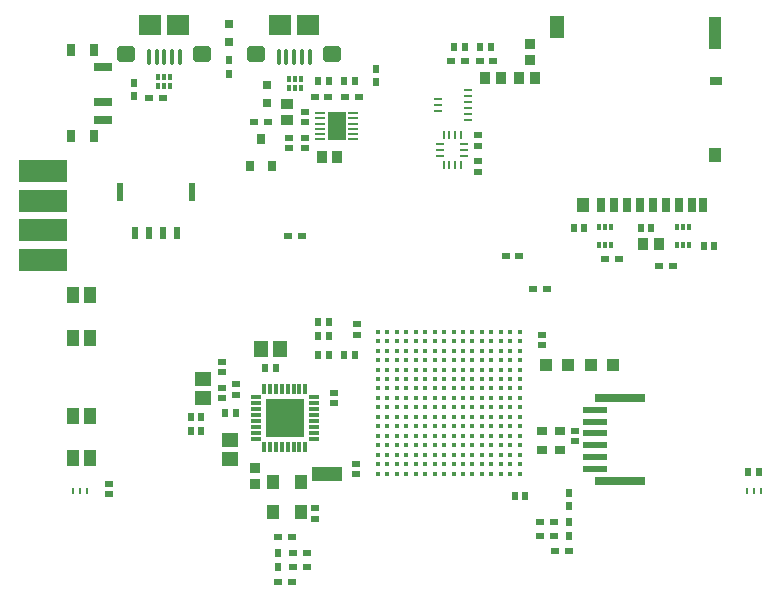
<source format=gtp>
G04*
G04 #@! TF.GenerationSoftware,Altium Limited,Altium Designer,19.0.15 (446)*
G04*
G04 Layer_Color=8421504*
%FSLAX42Y42*%
%MOMM*%
G71*
G01*
G75*
%ADD21R,0.29X0.53*%
%ADD22R,0.65X0.27*%
%ADD23R,0.65X0.25*%
%ADD24R,0.90X1.00*%
%ADD25R,0.60X0.64*%
%ADD26R,0.75X0.60*%
%ADD27R,0.64X0.60*%
%ADD28R,0.95X0.85*%
%ADD29R,0.80X1.00*%
%ADD30R,1.50X0.70*%
%ADD31R,0.60X0.75*%
%ADD32R,0.30X0.60*%
%ADD33R,0.25X0.68*%
%ADD34R,0.68X0.25*%
%ADD35R,0.60X1.10*%
%ADD36R,0.60X1.50*%
%ADD37R,0.85X0.65*%
%ADD38R,2.00X0.60*%
%ADD39R,4.20X0.70*%
%ADD40R,0.30X0.52*%
%ADD41C,0.40*%
%ADD42R,1.90X1.80*%
G04:AMPARAMS|DCode=43|XSize=1.6mm|YSize=1.4mm|CornerRadius=0.35mm|HoleSize=0mm|Usage=FLASHONLY|Rotation=180.000|XOffset=0mm|YOffset=0mm|HoleType=Round|Shape=RoundedRectangle|*
%AMROUNDEDRECTD43*
21,1,1.60,0.70,0,0,180.0*
21,1,0.90,1.40,0,0,180.0*
1,1,0.70,-0.45,0.35*
1,1,0.70,0.45,0.35*
1,1,0.70,0.45,-0.35*
1,1,0.70,-0.45,-0.35*
%
%ADD43ROUNDEDRECTD43*%
%ADD44O,0.40X1.35*%
%ADD45R,1.05X1.40*%
%ADD46R,1.00X0.90*%
%ADD47R,0.70X1.20*%
%ADD48R,1.00X1.20*%
%ADD49R,1.00X0.80*%
%ADD50R,1.00X2.80*%
%ADD51R,1.30X1.90*%
%ADD52R,0.80X0.80*%
%ADD53R,0.65X0.95*%
%ADD54R,0.85X0.25*%
%ADD55R,1.58X2.48*%
%ADD56R,1.00X1.00*%
%ADD57R,1.00X1.00*%
%ADD58R,4.06X1.91*%
%ADD59R,1.10X1.20*%
%ADD60R,0.30X0.91*%
%ADD61R,0.91X0.30*%
%ADD62R,3.25X3.25*%
%ADD63R,1.40X1.30*%
%ADD64R,1.30X1.40*%
%ADD65R,2.50X1.25*%
D21*
X5909Y-4067D02*
D03*
X5850D02*
D03*
X5791D02*
D03*
X90Y-4069D02*
D03*
X150D02*
D03*
X209D02*
D03*
D22*
X3430Y-675D02*
D03*
Y-925D02*
D03*
D23*
Y-725D02*
D03*
X3180Y-750D02*
D03*
X3430Y-775D02*
D03*
X3180Y-800D02*
D03*
X3430Y-825D02*
D03*
X3180Y-850D02*
D03*
X3430Y-875D02*
D03*
D24*
X3708Y-570D02*
D03*
X3572D02*
D03*
X3862D02*
D03*
X3997D02*
D03*
X5047Y-1980D02*
D03*
X4912D02*
D03*
X2327Y-1240D02*
D03*
X2192D02*
D03*
D25*
X3536Y-310D02*
D03*
X3624D02*
D03*
X5894Y-3910D02*
D03*
X5806D02*
D03*
X3404Y-310D02*
D03*
X3316D02*
D03*
X2474Y-2920D02*
D03*
X2386D02*
D03*
X2251Y-2760D02*
D03*
X2163D02*
D03*
X2163Y-2920D02*
D03*
X2251D02*
D03*
Y-2640D02*
D03*
X2163D02*
D03*
X1376Y-3410D02*
D03*
X1464D02*
D03*
X4896Y-1840D02*
D03*
X4984D02*
D03*
X5426Y-1990D02*
D03*
X5514D02*
D03*
X4414Y-1840D02*
D03*
X4326D02*
D03*
X3914Y-4110D02*
D03*
X3826D02*
D03*
X2254Y-600D02*
D03*
X2166D02*
D03*
X2386D02*
D03*
X2474D02*
D03*
X1174Y-3560D02*
D03*
X1086D02*
D03*
X1804Y-3030D02*
D03*
X1716D02*
D03*
X1174Y-3440D02*
D03*
X1086D02*
D03*
D26*
X3533Y-430D02*
D03*
X3647D02*
D03*
X3408D02*
D03*
X3292D02*
D03*
X4097Y-2360D02*
D03*
X3983D02*
D03*
X5167Y-2160D02*
D03*
X5053D02*
D03*
X4592Y-2100D02*
D03*
X4708D02*
D03*
X2027Y-1910D02*
D03*
X1912D02*
D03*
X848Y-740D02*
D03*
X732D02*
D03*
X4158Y-4450D02*
D03*
X4042D02*
D03*
X4172Y-4580D02*
D03*
X4288D02*
D03*
X4042Y-4330D02*
D03*
X4158D02*
D03*
X1738Y-940D02*
D03*
X1623D02*
D03*
X2133Y-730D02*
D03*
X2248D02*
D03*
X2508D02*
D03*
X2392D02*
D03*
X3867Y-2080D02*
D03*
X3753D02*
D03*
X1823Y-4840D02*
D03*
X1938D02*
D03*
X2067Y-4710D02*
D03*
X1952D02*
D03*
Y-4590D02*
D03*
X2067D02*
D03*
X1938Y-4460D02*
D03*
X1823D02*
D03*
D27*
X2140Y-4304D02*
D03*
Y-4216D02*
D03*
X390Y-4094D02*
D03*
Y-4006D02*
D03*
X3520Y-1276D02*
D03*
Y-1364D02*
D03*
X2490Y-2656D02*
D03*
Y-2744D02*
D03*
X4340Y-3644D02*
D03*
Y-3556D02*
D03*
X3520Y-1056D02*
D03*
Y-1144D02*
D03*
X1920Y-1076D02*
D03*
Y-1164D02*
D03*
X2050Y-1076D02*
D03*
Y-1164D02*
D03*
Y-944D02*
D03*
Y-856D02*
D03*
X4060Y-2834D02*
D03*
Y-2746D02*
D03*
X2300Y-3324D02*
D03*
Y-3236D02*
D03*
X1350Y-3284D02*
D03*
Y-3196D02*
D03*
X1470Y-3254D02*
D03*
Y-3166D02*
D03*
X1350Y-2976D02*
D03*
Y-3064D02*
D03*
X2480Y-3924D02*
D03*
Y-3836D02*
D03*
D28*
X1630Y-3875D02*
D03*
Y-4005D02*
D03*
X3960Y-285D02*
D03*
Y-415D02*
D03*
D29*
X266Y-1065D02*
D03*
Y-335D02*
D03*
X74Y-1065D02*
D03*
Y-335D02*
D03*
D30*
X345Y-925D02*
D03*
Y-475D02*
D03*
Y-775D02*
D03*
D31*
X2650Y-607D02*
D03*
Y-493D02*
D03*
X4290Y-4197D02*
D03*
Y-4083D02*
D03*
Y-4447D02*
D03*
Y-4333D02*
D03*
X1410Y-422D02*
D03*
Y-538D02*
D03*
X600Y-612D02*
D03*
Y-728D02*
D03*
X1820Y-4592D02*
D03*
Y-4708D02*
D03*
D32*
X5300Y-1988D02*
D03*
X5250D02*
D03*
X5200D02*
D03*
Y-1833D02*
D03*
X5250D02*
D03*
X5300D02*
D03*
X4540D02*
D03*
X4590D02*
D03*
X4640D02*
D03*
Y-1988D02*
D03*
X4590D02*
D03*
X4540D02*
D03*
D33*
X3225Y-1306D02*
D03*
X3275D02*
D03*
X3325D02*
D03*
X3375D02*
D03*
Y-1054D02*
D03*
X3325D02*
D03*
X3275D02*
D03*
X3225D02*
D03*
D34*
X3401Y-1230D02*
D03*
Y-1180D02*
D03*
Y-1130D02*
D03*
X3199D02*
D03*
Y-1180D02*
D03*
Y-1230D02*
D03*
D35*
X610Y-1880D02*
D03*
X730D02*
D03*
X850D02*
D03*
X970D02*
D03*
D36*
X483Y-1540D02*
D03*
X1097D02*
D03*
D37*
X4055Y-3725D02*
D03*
Y-3560D02*
D03*
X4210D02*
D03*
Y-3725D02*
D03*
D38*
X4510Y-3880D02*
D03*
Y-3780D02*
D03*
Y-3680D02*
D03*
Y-3580D02*
D03*
Y-3480D02*
D03*
Y-3380D02*
D03*
D39*
X4720Y-3980D02*
D03*
Y-3280D02*
D03*
D40*
X910Y-638D02*
D03*
X860D02*
D03*
X810D02*
D03*
Y-562D02*
D03*
X860D02*
D03*
X910D02*
D03*
X2020Y-658D02*
D03*
X1970D02*
D03*
X1920D02*
D03*
Y-582D02*
D03*
X1970D02*
D03*
X2020D02*
D03*
D41*
X3870Y-3920D02*
D03*
X3790D02*
D03*
X3710D02*
D03*
X3630D02*
D03*
X3550D02*
D03*
X3470D02*
D03*
X3390D02*
D03*
X3310D02*
D03*
X3230D02*
D03*
X3150D02*
D03*
X3070D02*
D03*
X2990D02*
D03*
X2910D02*
D03*
X2830D02*
D03*
X2750D02*
D03*
X2670D02*
D03*
X3870Y-3840D02*
D03*
X3790D02*
D03*
X3710D02*
D03*
X3630D02*
D03*
X3550D02*
D03*
X3470D02*
D03*
X3390D02*
D03*
X3310D02*
D03*
X3230D02*
D03*
X3150D02*
D03*
X3070D02*
D03*
X2990D02*
D03*
X2910D02*
D03*
X2830D02*
D03*
X2750D02*
D03*
X2670D02*
D03*
X3870Y-3760D02*
D03*
X3790D02*
D03*
X3710D02*
D03*
X3630D02*
D03*
X3550D02*
D03*
X3470D02*
D03*
X3390D02*
D03*
X3310D02*
D03*
X3230D02*
D03*
X3150D02*
D03*
X3070D02*
D03*
X2990D02*
D03*
X2910D02*
D03*
X2830D02*
D03*
X2750D02*
D03*
X2670D02*
D03*
X3870Y-3680D02*
D03*
X3790D02*
D03*
X3710D02*
D03*
X3630D02*
D03*
X3550D02*
D03*
X3470D02*
D03*
X3390D02*
D03*
X3310D02*
D03*
X3230D02*
D03*
X3150D02*
D03*
X3070D02*
D03*
X2990D02*
D03*
X2910D02*
D03*
X2830D02*
D03*
X2750D02*
D03*
X2670D02*
D03*
X3870Y-3600D02*
D03*
X3790D02*
D03*
X3710D02*
D03*
X3630D02*
D03*
X3550D02*
D03*
X3470D02*
D03*
X3390D02*
D03*
X3310D02*
D03*
X3230D02*
D03*
X3150D02*
D03*
X3070D02*
D03*
X2990D02*
D03*
X2910D02*
D03*
X2830D02*
D03*
X2750D02*
D03*
X2670D02*
D03*
X3870Y-3520D02*
D03*
X3790D02*
D03*
X3710D02*
D03*
X3630D02*
D03*
X3550D02*
D03*
X3470D02*
D03*
X3390D02*
D03*
X3310D02*
D03*
X3230D02*
D03*
X3150D02*
D03*
X3070D02*
D03*
X2990D02*
D03*
X2910D02*
D03*
X2830D02*
D03*
X2750D02*
D03*
X2670D02*
D03*
X3870Y-3440D02*
D03*
X3790D02*
D03*
X3710D02*
D03*
X3630D02*
D03*
X3550D02*
D03*
X3470D02*
D03*
X3390D02*
D03*
X3310D02*
D03*
X3230D02*
D03*
X3150D02*
D03*
X3070D02*
D03*
X2990D02*
D03*
X2910D02*
D03*
X2830D02*
D03*
X2750D02*
D03*
X2670D02*
D03*
X3870Y-3360D02*
D03*
X3790D02*
D03*
X3710D02*
D03*
X3630D02*
D03*
X3550D02*
D03*
X3470D02*
D03*
X3390D02*
D03*
X3310D02*
D03*
X3230D02*
D03*
X3150D02*
D03*
X3070D02*
D03*
X2990D02*
D03*
X2910D02*
D03*
X2830D02*
D03*
X2750D02*
D03*
X2670D02*
D03*
X3870Y-3280D02*
D03*
X3790D02*
D03*
X3710D02*
D03*
X3630D02*
D03*
X3550D02*
D03*
X3470D02*
D03*
X3390D02*
D03*
X3310D02*
D03*
X3230D02*
D03*
X3150D02*
D03*
X3070D02*
D03*
X2990D02*
D03*
X2910D02*
D03*
X2830D02*
D03*
X2750D02*
D03*
X2670D02*
D03*
X3870Y-3200D02*
D03*
X3790D02*
D03*
X3710D02*
D03*
X3630D02*
D03*
X3550D02*
D03*
X3470D02*
D03*
X3390D02*
D03*
X3310D02*
D03*
X3230D02*
D03*
X3150D02*
D03*
X3070D02*
D03*
X2990D02*
D03*
X2910D02*
D03*
X2830D02*
D03*
X2750D02*
D03*
X2670D02*
D03*
X3870Y-3120D02*
D03*
X3790D02*
D03*
X3710D02*
D03*
X3630D02*
D03*
X3550D02*
D03*
X3470D02*
D03*
X3390D02*
D03*
X3310D02*
D03*
X3230D02*
D03*
X3150D02*
D03*
X3070D02*
D03*
X2990D02*
D03*
X2910D02*
D03*
X2830D02*
D03*
X2750D02*
D03*
X2670D02*
D03*
X3870Y-3040D02*
D03*
X3790D02*
D03*
X3710D02*
D03*
X3630D02*
D03*
X3550D02*
D03*
X3470D02*
D03*
X3390D02*
D03*
X3310D02*
D03*
X3230D02*
D03*
X3150D02*
D03*
X3070D02*
D03*
X2990D02*
D03*
X2910D02*
D03*
X2830D02*
D03*
X2750D02*
D03*
X2670D02*
D03*
X3870Y-2960D02*
D03*
X3790D02*
D03*
X3710D02*
D03*
X3630D02*
D03*
X3550D02*
D03*
X3470D02*
D03*
X3390D02*
D03*
X3310D02*
D03*
X3230D02*
D03*
X3150D02*
D03*
X3070D02*
D03*
X2990D02*
D03*
X2910D02*
D03*
X2830D02*
D03*
X2750D02*
D03*
X2670D02*
D03*
X3870Y-2880D02*
D03*
X3790D02*
D03*
X3710D02*
D03*
X3630D02*
D03*
X3550D02*
D03*
X3470D02*
D03*
X3390D02*
D03*
X3310D02*
D03*
X3230D02*
D03*
X3150D02*
D03*
X3070D02*
D03*
X2990D02*
D03*
X2910D02*
D03*
X2830D02*
D03*
X2750D02*
D03*
X2670D02*
D03*
X3870Y-2800D02*
D03*
X3790D02*
D03*
X3710D02*
D03*
X3630D02*
D03*
X3550D02*
D03*
X3470D02*
D03*
X3390D02*
D03*
X3310D02*
D03*
X3230D02*
D03*
X3150D02*
D03*
X3070D02*
D03*
X2990D02*
D03*
X2910D02*
D03*
X2830D02*
D03*
X2750D02*
D03*
X2670D02*
D03*
X3870Y-2720D02*
D03*
X3790D02*
D03*
X3710D02*
D03*
X3630D02*
D03*
X3550D02*
D03*
X3470D02*
D03*
X3390D02*
D03*
X3310D02*
D03*
X3230D02*
D03*
X3150D02*
D03*
X3070D02*
D03*
X2990D02*
D03*
X2910D02*
D03*
X2830D02*
D03*
X2750D02*
D03*
X2670D02*
D03*
D42*
X740Y-123D02*
D03*
X980D02*
D03*
X2080Y-125D02*
D03*
X1840D02*
D03*
D43*
X540Y-367D02*
D03*
X1180D02*
D03*
X2280Y-370D02*
D03*
X1640D02*
D03*
D44*
X860Y-390D02*
D03*
X925D02*
D03*
X990D02*
D03*
X730D02*
D03*
X795D02*
D03*
X1895Y-392D02*
D03*
X1830D02*
D03*
X2090D02*
D03*
X2025D02*
D03*
X1960D02*
D03*
D45*
X233Y-3430D02*
D03*
X88D02*
D03*
X233Y-3790D02*
D03*
X88D02*
D03*
X233Y-2410D02*
D03*
X88D02*
D03*
X233Y-2770D02*
D03*
X88D02*
D03*
D46*
X1900Y-927D02*
D03*
Y-792D02*
D03*
D47*
X4560Y-1650D02*
D03*
X4670D02*
D03*
X4780D02*
D03*
X4890D02*
D03*
X5000D02*
D03*
X5110D02*
D03*
X5220D02*
D03*
X5330D02*
D03*
X5425D02*
D03*
D48*
X4405D02*
D03*
X5520Y-1220D02*
D03*
D49*
X5535Y-600D02*
D03*
D50*
X5520Y-190D02*
D03*
D51*
X4185Y-140D02*
D03*
D52*
X1410Y-115D02*
D03*
Y-265D02*
D03*
X1730Y-780D02*
D03*
Y-630D02*
D03*
D53*
X1680Y-1085D02*
D03*
X1775Y-1315D02*
D03*
X1585D02*
D03*
D54*
X2178Y-867D02*
D03*
Y-912D02*
D03*
Y-957D02*
D03*
Y-1002D02*
D03*
Y-1047D02*
D03*
Y-1092D02*
D03*
X2461Y-867D02*
D03*
Y-912D02*
D03*
Y-957D02*
D03*
Y-1002D02*
D03*
Y-1047D02*
D03*
Y-1092D02*
D03*
D55*
X2320Y-980D02*
D03*
D56*
X4090Y-3000D02*
D03*
X4660D02*
D03*
X4280D02*
D03*
D57*
X4470D02*
D03*
D58*
X-170Y-1360D02*
D03*
Y-1610D02*
D03*
Y-1860D02*
D03*
Y-2110D02*
D03*
D59*
X1785Y-4247D02*
D03*
Y-3993D02*
D03*
X2015D02*
D03*
Y-4247D02*
D03*
D60*
X1705Y-3695D02*
D03*
X1755D02*
D03*
X1805D02*
D03*
X1855D02*
D03*
X1905D02*
D03*
X1955D02*
D03*
X2005D02*
D03*
X2055D02*
D03*
Y-3205D02*
D03*
X2005D02*
D03*
X1955D02*
D03*
X1905D02*
D03*
X1855D02*
D03*
X1805D02*
D03*
X1755D02*
D03*
X1705D02*
D03*
D61*
X2125Y-3625D02*
D03*
Y-3575D02*
D03*
Y-3525D02*
D03*
Y-3475D02*
D03*
Y-3425D02*
D03*
Y-3375D02*
D03*
Y-3325D02*
D03*
Y-3275D02*
D03*
X1635D02*
D03*
Y-3325D02*
D03*
Y-3375D02*
D03*
Y-3425D02*
D03*
Y-3475D02*
D03*
Y-3525D02*
D03*
Y-3575D02*
D03*
Y-3625D02*
D03*
D62*
X1880Y-3450D02*
D03*
D63*
X1420Y-3640D02*
D03*
Y-3800D02*
D03*
X1190Y-3280D02*
D03*
Y-3120D02*
D03*
D64*
X1840Y-2870D02*
D03*
X1680D02*
D03*
D65*
X2240Y-3920D02*
D03*
M02*

</source>
